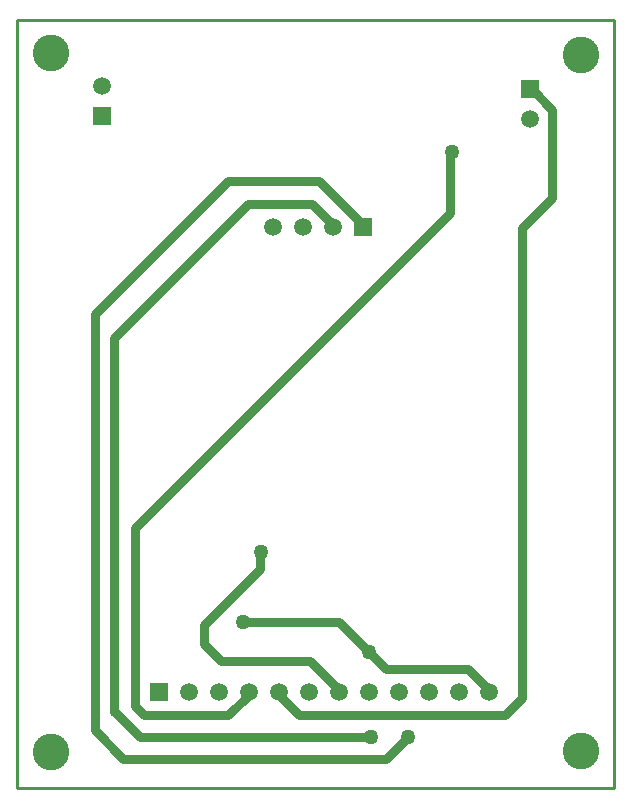
<source format=gbl>
%FSTAX23Y23*%
%MOIN*%
%SFA1B1*%

%IPPOS*%
%ADD11C,0.010000*%
%ADD25C,0.030000*%
%ADD27C,0.122050*%
%ADD28R,0.059060X0.059060*%
%ADD29C,0.059060*%
%ADD30R,0.059060X0.059060*%
%ADD31C,0.050000*%
%LNbuttonpanel-1*%
%LPD*%
G54D11*
X0Y0D02*
Y0256D01*
Y0D02*
X0199D01*
Y0256*
X0D02*
X0199D01*
G54D25*
X00771Y01946D02*
X00986D01*
X00325Y015D02*
X00771Y01946D01*
X00325Y00255D02*
Y015D01*
X00705Y02025D02*
X01007D01*
X0026Y0158D02*
X00705Y02025D01*
X0026Y00195D02*
Y0158D01*
X00986Y01946D02*
X01055Y01877D01*
Y0187D02*
Y01877D01*
X01007Y02025D02*
X01155Y01877D01*
X00325Y00255D02*
X00328D01*
X0068Y00425D02*
X00977D01*
X00625Y0048D02*
X0068Y00425D01*
X01155Y0187D02*
Y01877D01*
X00812Y00732D02*
Y00787D01*
X01685Y01866D02*
X01786Y01967D01*
Y02261*
X01717Y0233D02*
X01786Y02261D01*
X0171Y0233D02*
X01717D01*
X00413Y0017D02*
X0118D01*
X00328Y00255D02*
X00413Y0017D01*
X01575Y0032D02*
Y00327D01*
X01506Y00396D02*
X01575Y00327D01*
X01233Y00396D02*
X01506D01*
X01175Y00455D02*
X01233Y00396D01*
X01075Y00555D02*
X01175Y00455D01*
X00755Y00555D02*
X01075D01*
X01685Y003D02*
Y01866D01*
X01628Y00243D02*
X01685Y003D01*
X00943Y00243D02*
X01628D01*
X00875Y00312D02*
X00943Y00243D01*
X01233Y00098D02*
X01305Y0017D01*
X0026Y00195D02*
X00356Y00098D01*
X01233*
X00875Y00312D02*
Y0032D01*
X00775Y00312D02*
Y0032D01*
X00706Y00243D02*
X00775Y00312D01*
X00426Y00243D02*
X00706D01*
X00395Y00275D02*
X00426Y00243D01*
X00395Y00275D02*
Y00866D01*
X01075Y0032D02*
Y00327D01*
X00977Y00425D02*
X01075Y00327D01*
X00625Y0048D02*
Y00545D01*
X00812Y00732*
Y00787D02*
X00816D01*
X00395Y00866D02*
X01445Y01916D01*
Y02115D02*
X0145Y0212D01*
X01445Y01916D02*
Y02115D01*
G54D27*
X00115Y0012D03*
X0188Y00125D03*
Y02445D03*
X00115Y0245D03*
G54D28*
X00285Y0224D03*
X0171Y0233D03*
G54D29*
X00285Y0234D03*
X0171Y0223D03*
X00855Y0187D03*
X00955D03*
X01055D03*
X01575Y0032D03*
X01475D03*
X01375D03*
X01275D03*
X01175D03*
X01075D03*
X00975D03*
X00875D03*
X00775D03*
X00675D03*
X00575D03*
G54D30*
X01155Y0187D03*
X00475Y0032D03*
G54D31*
X01175Y00455D03*
X0118Y0017D03*
X01305D03*
X00755Y00555D03*
X0145Y0212D03*
X00816Y00787D03*
M02*
</source>
